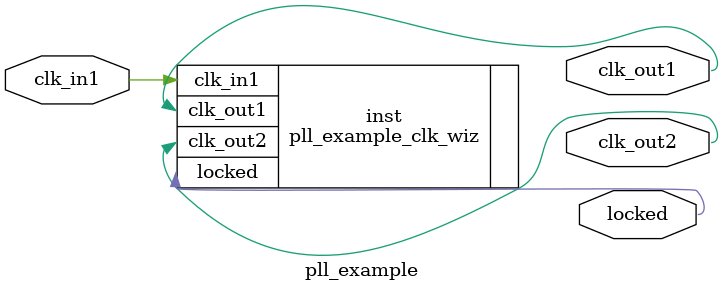
<source format=v>


`timescale 1ps/1ps

(* CORE_GENERATION_INFO = "pll_example,clk_wiz_v6_0_2_0_0,{component_name=pll_example,use_phase_alignment=true,use_min_o_jitter=false,use_max_i_jitter=false,use_dyn_phase_shift=false,use_inclk_switchover=false,use_dyn_reconfig=false,enable_axi=0,feedback_source=FDBK_AUTO,PRIMITIVE=MMCM,num_out_clk=2,clkin1_period=20.000,clkin2_period=10.0,use_power_down=false,use_reset=false,use_locked=true,use_inclk_stopped=false,feedback_type=SINGLE,CLOCK_MGR_TYPE=NA,manual_override=false}" *)

module pll_example 
 (
  // Clock out ports
  output        clk_out1,
  output        clk_out2,
  // Status and control signals
  output        locked,
 // Clock in ports
  input         clk_in1
 );

  pll_example_clk_wiz inst
  (
  // Clock out ports  
  .clk_out1(clk_out1),
  .clk_out2(clk_out2),
  // Status and control signals               
  .locked(locked),
 // Clock in ports
  .clk_in1(clk_in1)
  );

endmodule

</source>
